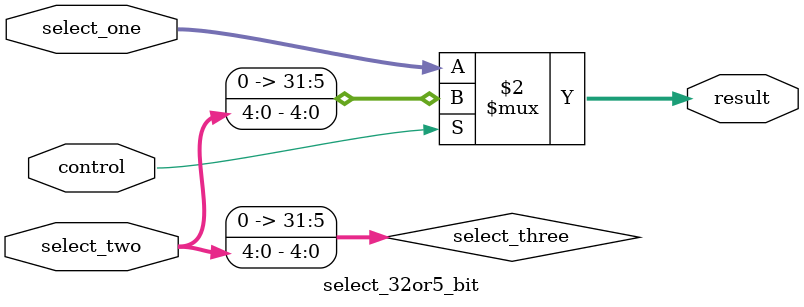
<source format=v>
`timescale 1ns / 1ps


module select_32or5_bit(
    input [31:0] select_one,
    input [4:0] select_two,
    input control,
    output [31:0] result
    );
    
    wire[31:0] select_three;
    assign select_three[4:0] = select_two;
    assign select_three[31:5] = 1'b000000000000000000000000000;
    assign result = (control == 1'b0 ? select_one : select_three);
endmodule

</source>
